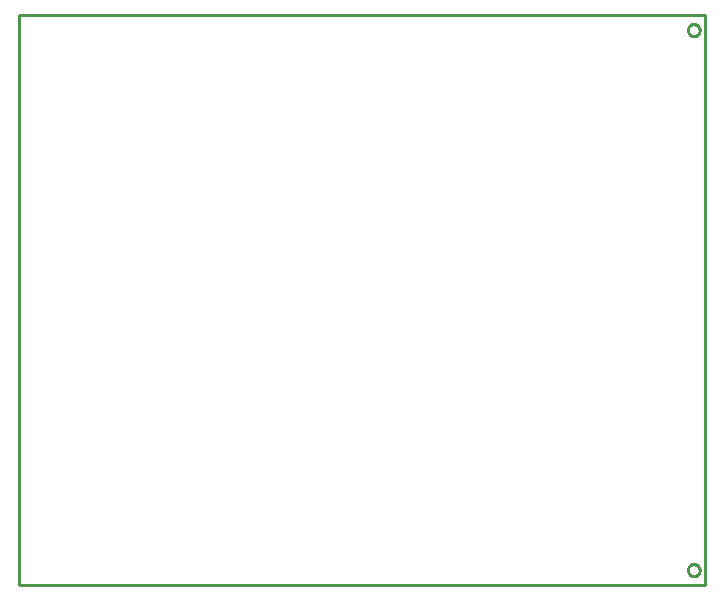
<source format=gbr>
G04 EAGLE Gerber X2 export*
%TF.Part,Single*%
%TF.FileFunction,Profile,NP*%
%TF.FilePolarity,Positive*%
%TF.GenerationSoftware,Autodesk,EAGLE,8.6.0*%
%TF.CreationDate,2018-02-02T01:37:18Z*%
G75*
%MOMM*%
%FSLAX34Y34*%
%LPD*%
%AMOC8*
5,1,8,0,0,1.08239X$1,22.5*%
G01*
%ADD10C,0.254000*%


D10*
X38100Y177800D02*
X619000Y177800D01*
X619000Y660300D01*
X38100Y660300D01*
X38100Y177800D01*
X614600Y190219D02*
X614537Y189661D01*
X614412Y189114D01*
X614227Y188584D01*
X613983Y188078D01*
X613684Y187602D01*
X613334Y187163D01*
X612937Y186766D01*
X612498Y186416D01*
X612022Y186117D01*
X611516Y185873D01*
X610986Y185688D01*
X610439Y185563D01*
X609881Y185500D01*
X609319Y185500D01*
X608761Y185563D01*
X608214Y185688D01*
X607684Y185873D01*
X607178Y186117D01*
X606702Y186416D01*
X606263Y186766D01*
X605866Y187163D01*
X605516Y187602D01*
X605217Y188078D01*
X604973Y188584D01*
X604788Y189114D01*
X604663Y189661D01*
X604600Y190219D01*
X604600Y190781D01*
X604663Y191339D01*
X604788Y191886D01*
X604973Y192416D01*
X605217Y192922D01*
X605516Y193398D01*
X605866Y193837D01*
X606263Y194234D01*
X606702Y194584D01*
X607178Y194883D01*
X607684Y195127D01*
X608214Y195312D01*
X608761Y195437D01*
X609319Y195500D01*
X609881Y195500D01*
X610439Y195437D01*
X610986Y195312D01*
X611516Y195127D01*
X612022Y194883D01*
X612498Y194584D01*
X612937Y194234D01*
X613334Y193837D01*
X613684Y193398D01*
X613983Y192922D01*
X614227Y192416D01*
X614412Y191886D01*
X614537Y191339D01*
X614600Y190781D01*
X614600Y190219D01*
X614600Y647419D02*
X614537Y646861D01*
X614412Y646314D01*
X614227Y645784D01*
X613983Y645278D01*
X613684Y644802D01*
X613334Y644363D01*
X612937Y643966D01*
X612498Y643616D01*
X612022Y643317D01*
X611516Y643073D01*
X610986Y642888D01*
X610439Y642763D01*
X609881Y642700D01*
X609319Y642700D01*
X608761Y642763D01*
X608214Y642888D01*
X607684Y643073D01*
X607178Y643317D01*
X606702Y643616D01*
X606263Y643966D01*
X605866Y644363D01*
X605516Y644802D01*
X605217Y645278D01*
X604973Y645784D01*
X604788Y646314D01*
X604663Y646861D01*
X604600Y647419D01*
X604600Y647981D01*
X604663Y648539D01*
X604788Y649086D01*
X604973Y649616D01*
X605217Y650122D01*
X605516Y650598D01*
X605866Y651037D01*
X606263Y651434D01*
X606702Y651784D01*
X607178Y652083D01*
X607684Y652327D01*
X608214Y652512D01*
X608761Y652637D01*
X609319Y652700D01*
X609881Y652700D01*
X610439Y652637D01*
X610986Y652512D01*
X611516Y652327D01*
X612022Y652083D01*
X612498Y651784D01*
X612937Y651434D01*
X613334Y651037D01*
X613684Y650598D01*
X613983Y650122D01*
X614227Y649616D01*
X614412Y649086D01*
X614537Y648539D01*
X614600Y647981D01*
X614600Y647419D01*
X614600Y190219D02*
X614537Y189661D01*
X614412Y189114D01*
X614227Y188584D01*
X613983Y188078D01*
X613684Y187602D01*
X613334Y187163D01*
X612937Y186766D01*
X612498Y186416D01*
X612022Y186117D01*
X611516Y185873D01*
X610986Y185688D01*
X610439Y185563D01*
X609881Y185500D01*
X609319Y185500D01*
X608761Y185563D01*
X608214Y185688D01*
X607684Y185873D01*
X607178Y186117D01*
X606702Y186416D01*
X606263Y186766D01*
X605866Y187163D01*
X605516Y187602D01*
X605217Y188078D01*
X604973Y188584D01*
X604788Y189114D01*
X604663Y189661D01*
X604600Y190219D01*
X604600Y190781D01*
X604663Y191339D01*
X604788Y191886D01*
X604973Y192416D01*
X605217Y192922D01*
X605516Y193398D01*
X605866Y193837D01*
X606263Y194234D01*
X606702Y194584D01*
X607178Y194883D01*
X607684Y195127D01*
X608214Y195312D01*
X608761Y195437D01*
X609319Y195500D01*
X609881Y195500D01*
X610439Y195437D01*
X610986Y195312D01*
X611516Y195127D01*
X612022Y194883D01*
X612498Y194584D01*
X612937Y194234D01*
X613334Y193837D01*
X613684Y193398D01*
X613983Y192922D01*
X614227Y192416D01*
X614412Y191886D01*
X614537Y191339D01*
X614600Y190781D01*
X614600Y190219D01*
X614600Y647419D02*
X614537Y646861D01*
X614412Y646314D01*
X614227Y645784D01*
X613983Y645278D01*
X613684Y644802D01*
X613334Y644363D01*
X612937Y643966D01*
X612498Y643616D01*
X612022Y643317D01*
X611516Y643073D01*
X610986Y642888D01*
X610439Y642763D01*
X609881Y642700D01*
X609319Y642700D01*
X608761Y642763D01*
X608214Y642888D01*
X607684Y643073D01*
X607178Y643317D01*
X606702Y643616D01*
X606263Y643966D01*
X605866Y644363D01*
X605516Y644802D01*
X605217Y645278D01*
X604973Y645784D01*
X604788Y646314D01*
X604663Y646861D01*
X604600Y647419D01*
X604600Y647981D01*
X604663Y648539D01*
X604788Y649086D01*
X604973Y649616D01*
X605217Y650122D01*
X605516Y650598D01*
X605866Y651037D01*
X606263Y651434D01*
X606702Y651784D01*
X607178Y652083D01*
X607684Y652327D01*
X608214Y652512D01*
X608761Y652637D01*
X609319Y652700D01*
X609881Y652700D01*
X610439Y652637D01*
X610986Y652512D01*
X611516Y652327D01*
X612022Y652083D01*
X612498Y651784D01*
X612937Y651434D01*
X613334Y651037D01*
X613684Y650598D01*
X613983Y650122D01*
X614227Y649616D01*
X614412Y649086D01*
X614537Y648539D01*
X614600Y647981D01*
X614600Y647419D01*
M02*

</source>
